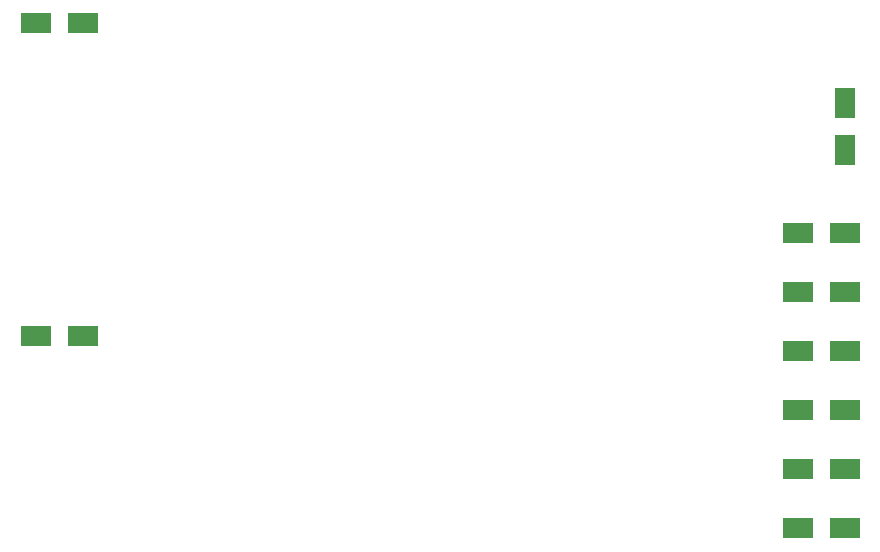
<source format=gbr>
G04 #@! TF.GenerationSoftware,KiCad,Pcbnew,(5.0.0-3-g5ebb6b6)*
G04 #@! TF.CreationDate,2018-09-16T20:50:52-07:00*
G04 #@! TF.ProjectId,controller_MK5,636F6E74726F6C6C65725F4D4B352E6B,rev?*
G04 #@! TF.SameCoordinates,Original*
G04 #@! TF.FileFunction,Paste,Bot*
G04 #@! TF.FilePolarity,Positive*
%FSLAX46Y46*%
G04 Gerber Fmt 4.6, Leading zero omitted, Abs format (unit mm)*
G04 Created by KiCad (PCBNEW (5.0.0-3-g5ebb6b6)) date Sunday, September 16, 2018 at 08:50:52 PM*
%MOMM*%
%LPD*%
G01*
G04 APERTURE LIST*
%ADD10R,1.800000X2.500000*%
%ADD11R,2.500000X1.800000*%
G04 APERTURE END LIST*
D10*
G04 #@! TO.C,D1*
X145400000Y-97200000D03*
X145400000Y-93200000D03*
G04 #@! TD*
D11*
G04 #@! TO.C,D4*
X141400000Y-129200000D03*
X145400000Y-129200000D03*
G04 #@! TD*
G04 #@! TO.C,D5*
X141400000Y-124200000D03*
X145400000Y-124200000D03*
G04 #@! TD*
G04 #@! TO.C,D6*
X145400000Y-119200000D03*
X141400000Y-119200000D03*
G04 #@! TD*
G04 #@! TO.C,D8*
X145400000Y-114200000D03*
X141400000Y-114200000D03*
G04 #@! TD*
G04 #@! TO.C,D9*
X141400000Y-109200000D03*
X145400000Y-109200000D03*
G04 #@! TD*
G04 #@! TO.C,D10*
X145400000Y-104200000D03*
X141400000Y-104200000D03*
G04 #@! TD*
G04 #@! TO.C,D11*
X80900000Y-86450000D03*
X76900000Y-86450000D03*
G04 #@! TD*
G04 #@! TO.C,D2*
X80900000Y-112950000D03*
X76900000Y-112950000D03*
G04 #@! TD*
M02*

</source>
